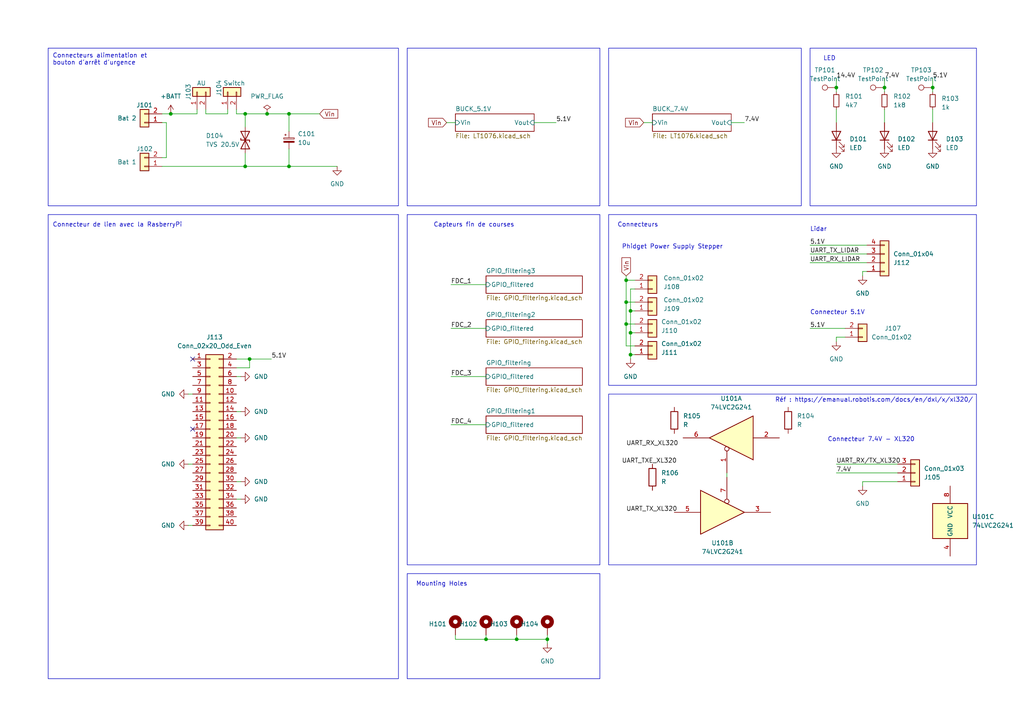
<source format=kicad_sch>
(kicad_sch (version 20230121) (generator eeschema)
  (paper "A4")
  (lib_symbols
    (symbol "74xGxx:74LVC2G241"
      (property "Reference" "U" (at 2.54 5.08 0))
      (property "Value" "74LVC2G241" (at 2.54 -7.62 0))
      (symbol "74LVC2G241_1_1"
        (polyline (pts (xy -7.62 6.35) (xy -7.62 -6.35) (xy 5.08 0) (xy -7.62 6.35)) (stroke (width 0.254)) (fill (type background)))
        (pin input inverted (at 0 10.16 270) (length 7.62) (name "~") (number "1"))
        (pin input line (at -15.24 0 0) (length 7.62) (name "~") (number "2"))
        (pin tri_state line (at 12.7 0 180) (length 7.62) (name "~") (number "6"))
      )
      (symbol "74LVC2G241_2_1"
        (polyline (pts (xy -7.62 6.35) (xy -7.62 -6.35) (xy 5.08 0) (xy -7.62 6.35)) (stroke (width 0.254)) (fill (type background)))
        (pin tri_state line (at 12.7 0 180) (length 7.62) (name "~") (number "3"))
        (pin input line (at -15.24 0 0) (length 7.62) (name "~") (number "5"))
        (pin input inverted (at 0 10.16 270) (length 7.62) (name "~") (number "7"))
      )
      (symbol "74LVC2G241_3_0"
        (rectangle (start -5.08 -5.08) (end 5.08 5.08) (stroke (width 0.254)) (fill (type background)))
      )
      (symbol "74LVC2G241_3_1"
        (pin power_in line (at 0 -10.16 90) (length 5.08) (name "GND") (number "4"))
        (pin power_in line (at 0 10.16 270) (length 5.08) (name "VCC") (number "8"))
      )
    )
    (symbol "Connector:TestPoint" (pin_numbers hide) (pin_names (offset 0.762) hide)
      (property "Reference" "TP" (at 0 6.858 0))
      (property "Value" "TestPoint" (at 0 5.08 0))
      (symbol "TestPoint_0_1"
        (circle (center 0 3.302) (radius 0.762))
      )
      (symbol "TestPoint_1_1"
        (pin passive line (at 0 0 90) (length 2.54) (name "1") (number "1"))
      )
    )
    (symbol "Connector_Generic:Conn_01x02" (pin_names (offset 1.016) hide)
      (property "Reference" "J" (at 0 2.54 0))
      (property "Value" "Conn_01x02" (at 0 -5.08 0))
      (symbol "Conn_01x02_1_1"
        (rectangle (start -1.27 -2.413) (end 0 -2.667) (stroke (width 0.1524)))
        (rectangle (start -1.27 0.127) (end 0 -0.127) (stroke (width 0.1524)))
        (rectangle (start -1.27 1.27) (end 1.27 -3.81) (stroke (width 0.254)) (fill (type background)))
        (pin passive line (at -5.08 0 0) (length 3.81) (name "Pin_1") (number "1"))
        (pin passive line (at -5.08 -2.54 0) (length 3.81) (name "Pin_2") (number "2"))
      )
    )
    (symbol "Connector_Generic:Conn_01x03" (pin_names (offset 1.016) hide)
      (property "Reference" "J" (at 0 5.08 0))
      (property "Value" "Conn_01x03" (at 0 -5.08 0))
      (symbol "Conn_01x03_1_1"
        (rectangle (start -1.27 -2.413) (end 0 -2.667) (stroke (width 0.1524)))
        (rectangle (start -1.27 0.127) (end 0 -0.127) (stroke (width 0.1524)))
        (rectangle (start -1.27 2.667) (end 0 2.413) (stroke (width 0.1524)))
        (rectangle (start -1.27 3.81) (end 1.27 -3.81) (stroke (width 0.254)) (fill (type background)))
        (pin passive line (at -5.08 2.54 0) (length 3.81) (name "Pin_1") (number "1"))
        (pin passive line (at -5.08 0 0) (length 3.81) (name "Pin_2") (number "2"))
        (pin passive line (at -5.08 -2.54 0) (length 3.81) (name "Pin_3") (number "3"))
      )
    )
    (symbol "Connector_Generic:Conn_01x04" (pin_names (offset 1.016) hide)
      (property "Reference" "J" (at 0 5.08 0))
      (property "Value" "Conn_01x04" (at 0 -7.62 0))
      (symbol "Conn_01x04_1_1"
        (rectangle (start -1.27 -4.953) (end 0 -5.207) (stroke (width 0.1524)))
        (rectangle (start -1.27 -2.413) (end 0 -2.667) (stroke (width 0.1524)))
        (rectangle (start -1.27 0.127) (end 0 -0.127) (stroke (width 0.1524)))
        (rectangle (start -1.27 2.667) (end 0 2.413) (stroke (width 0.1524)))
        (rectangle (start -1.27 3.81) (end 1.27 -6.35) (stroke (width 0.254)) (fill (type background)))
        (pin passive line (at -5.08 2.54 0) (length 3.81) (name "Pin_1") (number "1"))
        (pin passive line (at -5.08 0 0) (length 3.81) (name "Pin_2") (number "2"))
        (pin passive line (at -5.08 -2.54 0) (length 3.81) (name "Pin_3") (number "3"))
        (pin passive line (at -5.08 -5.08 0) (length 3.81) (name "Pin_4") (number "4"))
      )
    )
    (symbol "Connector_Generic:Conn_02x20_Odd_Even" (pin_names (offset 1.016) hide)
      (property "Reference" "J" (at 1.27 25.4 0))
      (property "Value" "Conn_02x20_Odd_Even" (at 1.27 -27.94 0))
      (symbol "Conn_02x20_Odd_Even_1_1"
        (rectangle (start -1.27 -25.273) (end 0 -25.527) (stroke (width 0.1524)))
        (rectangle (start -1.27 -22.733) (end 0 -22.987) (stroke (width 0.1524)))
        (rectangle (start -1.27 -20.193) (end 0 -20.447) (stroke (width 0.1524)))
        (rectangle (start -1.27 -17.653) (end 0 -17.907) (stroke (width 0.1524)))
        (rectangle (start -1.27 -15.113) (end 0 -15.367) (stroke (width 0.1524)))
        (rectangle (start -1.27 -12.573) (end 0 -12.827) (stroke (width 0.1524)))
        (rectangle (start -1.27 -10.033) (end 0 -10.287) (stroke (width 0.1524)))
        (rectangle (start -1.27 -7.493) (end 0 -7.747) (stroke (width 0.1524)))
        (rectangle (start -1.27 -4.953) (end 0 -5.207) (stroke (width 0.1524)))
        (rectangle (start -1.27 -2.413) (end 0 -2.667) (stroke (width 0.1524)))
        (rectangle (start -1.27 0.127) (end 0 -0.127) (stroke (width 0.1524)))
        (rectangle (start -1.27 2.667) (end 0 2.413) (stroke (width 0.1524)))
        (rectangle (start -1.27 5.207) (end 0 4.953) (stroke (width 0.1524)))
        (rectangle (start -1.27 7.747) (end 0 7.493) (stroke (width 0.1524)))
        (rectangle (start -1.27 10.287) (end 0 10.033) (stroke (width 0.1524)))
        (rectangle (start -1.27 12.827) (end 0 12.573) (stroke (width 0.1524)))
        (rectangle (start -1.27 15.367) (end 0 15.113) (stroke (width 0.1524)))
        (rectangle (start -1.27 17.907) (end 0 17.653) (stroke (width 0.1524)))
        (rectangle (start -1.27 20.447) (end 0 20.193) (stroke (width 0.1524)))
        (rectangle (start -1.27 22.987) (end 0 22.733) (stroke (width 0.1524)))
        (rectangle (start -1.27 24.13) (end 3.81 -26.67) (stroke (width 0.254)) (fill (type background)))
        (rectangle (start 3.81 -25.273) (end 2.54 -25.527) (stroke (width 0.1524)))
        (rectangle (start 3.81 -22.733) (end 2.54 -22.987) (stroke (width 0.1524)))
        (rectangle (start 3.81 -20.193) (end 2.54 -20.447) (stroke (width 0.1524)))
        (rectangle (start 3.81 -17.653) (end 2.54 -17.907) (stroke (width 0.1524)))
        (rectangle (start 3.81 -15.113) (end 2.54 -15.367) (stroke (width 0.1524)))
        (rectangle (start 3.81 -12.573) (end 2.54 -12.827) (stroke (width 0.1524)))
        (rectangle (start 3.81 -10.033) (end 2.54 -10.287) (stroke (width 0.1524)))
        (rectangle (start 3.81 -7.493) (end 2.54 -7.747) (stroke (width 0.1524)))
        (rectangle (start 3.81 -4.953) (end 2.54 -5.207) (stroke (width 0.1524)))
        (rectangle (start 3.81 -2.413) (end 2.54 -2.667) (stroke (width 0.1524)))
        (rectangle (start 3.81 0.127) (end 2.54 -0.127) (stroke (width 0.1524)))
        (rectangle (start 3.81 2.667) (end 2.54 2.413) (stroke (width 0.1524)))
        (rectangle (start 3.81 5.207) (end 2.54 4.953) (stroke (width 0.1524)))
        (rectangle (start 3.81 7.747) (end 2.54 7.493) (stroke (width 0.1524)))
        (rectangle (start 3.81 10.287) (end 2.54 10.033) (stroke (width 0.1524)))
        (rectangle (start 3.81 12.827) (end 2.54 12.573) (stroke (width 0.1524)))
        (rectangle (start 3.81 15.367) (end 2.54 15.113) (stroke (width 0.1524)))
        (rectangle (start 3.81 17.907) (end 2.54 17.653) (stroke (width 0.1524)))
        (rectangle (start 3.81 20.447) (end 2.54 20.193) (stroke (width 0.1524)))
        (rectangle (start 3.81 22.987) (end 2.54 22.733) (stroke (width 0.1524)))
        (pin passive line (at -5.08 22.86 0) (length 3.81) (name "Pin_1") (number "1"))
        (pin passive line (at 7.62 12.7 180) (length 3.81) (name "Pin_10") (number "10"))
        (pin passive line (at -5.08 10.16 0) (length 3.81) (name "Pin_11") (number "11"))
        (pin passive line (at 7.62 10.16 180) (length 3.81) (name "Pin_12") (number "12"))
        (pin passive line (at -5.08 7.62 0) (length 3.81) (name "Pin_13") (number "13"))
        (pin passive line (at 7.62 7.62 180) (length 3.81) (name "Pin_14") (number "14"))
        (pin passive line (at -5.08 5.08 0) (length 3.81) (name "Pin_15") (number "15"))
        (pin passive line (at 7.62 5.08 180) (length 3.81) (name "Pin_16") (number "16"))
        (pin passive line (at -5.08 2.54 0) (length 3.81) (name "Pin_17") (number "17"))
        (pin passive line (at 7.62 2.54 180) (length 3.81) (name "Pin_18") (number "18"))
        (pin passive line (at -5.08 0 0) (length 3.81) (name "Pin_19") (number "19"))
        (pin passive line (at 7.62 22.86 180) (length 3.81) (name "Pin_2") (number "2"))
        (pin passive line (at 7.62 0 180) (length 3.81) (name "Pin_20") (number "20"))
        (pin passive line (at -5.08 -2.54 0) (length 3.81) (name "Pin_21") (number "21"))
        (pin passive line (at 7.62 -2.54 180) (length 3.81) (name "Pin_22") (number "22"))
        (pin passive line (at -5.08 -5.08 0) (length 3.81) (name "Pin_23") (number "23"))
        (pin passive line (at 7.62 -5.08 180) (length 3.81) (name "Pin_24") (number "24"))
        (pin passive line (at -5.08 -7.62 0) (length 3.81) (name "Pin_25") (number "25"))
        (pin passive line (at 7.62 -7.62 180) (length 3.81) (name "Pin_26") (number "26"))
        (pin passive line (at -5.08 -10.16 0) (length 3.81) (name "Pin_27") (number "27"))
        (pin passive line (at 7.62 -10.16 180) (length 3.81) (name "Pin_28") (number "28"))
        (pin passive line (at -5.08 -12.7 0) (length 3.81) (name "Pin_29") (number "29"))
        (pin passive line (at -5.08 20.32 0) (length 3.81) (name "Pin_3") (number "3"))
        (pin passive line (at 7.62 -12.7 180) (length 3.81) (name "Pin_30") (number "30"))
        (pin passive line (at -5.08 -15.24 0) (length 3.81) (name "Pin_31") (number "31"))
        (pin passive line (at 7.62 -15.24 180) (length 3.81) (name "Pin_32") (number "32"))
        (pin passive line (at -5.08 -17.78 0) (length 3.81) (name "Pin_33") (number "33"))
        (pin passive line (at 7.62 -17.78 180) (length 3.81) (name "Pin_34") (number "34"))
        (pin passive line (at -5.08 -20.32 0) (length 3.81) (name "Pin_35") (number "35"))
        (pin passive line (at 7.62 -20.32 180) (length 3.81) (name "Pin_36") (number "36"))
        (pin passive line (at -5.08 -22.86 0) (length 3.81) (name "Pin_37") (number "37"))
        (pin passive line (at 7.62 -22.86 180) (length 3.81) (name "Pin_38") (number "38"))
        (pin passive line (at -5.08 -25.4 0) (length 3.81) (name "Pin_39") (number "39"))
        (pin passive line (at 7.62 20.32 180) (length 3.81) (name "Pin_4") (number "4"))
        (pin passive line (at 7.62 -25.4 180) (length 3.81) (name "Pin_40") (number "40"))
        (pin passive line (at -5.08 17.78 0) (length 3.81) (name "Pin_5") (number "5"))
        (pin passive line (at 7.62 17.78 180) (length 3.81) (name "Pin_6") (number "6"))
        (pin passive line (at -5.08 15.24 0) (length 3.81) (name "Pin_7") (number "7"))
        (pin passive line (at 7.62 15.24 180) (length 3.81) (name "Pin_8") (number "8"))
        (pin passive line (at -5.08 12.7 0) (length 3.81) (name "Pin_9") (number "9"))
      )
    )
    (symbol "Device:C_Polarized_Small" (pin_numbers hide) (pin_names (offset 0.254) hide)
      (property "Reference" "C" (at 0.254 1.778 0))
      (property "Value" "C_Polarized_Small" (at 0.254 -2.032 0))
      (symbol "C_Polarized_Small_0_1"
        (rectangle (start -1.524 -0.3048) (end 1.524 -0.6858) (fill (type outline)))
        (rectangle (start -1.524 0.6858) (end 1.524 0.3048))
        (polyline (pts (xy -1.27 1.524) (xy -0.762 1.524)))
        (polyline (pts (xy -1.016 1.27) (xy -1.016 1.778)))
      )
      (symbol "C_Polarized_Small_1_1"
        (pin passive line (at 0 2.54 270) (length 1.8542) (name "~") (number "1"))
        (pin passive line (at 0 -2.54 90) (length 1.8542) (name "~") (number "2"))
      )
    )
    (symbol "Device:LED" (pin_numbers hide) (pin_names (offset 1.016) hide)
      (property "Reference" "D" (at 0 2.54 0))
      (property "Value" "LED" (at 0 -2.54 0))
      (symbol "LED_0_1"
        (polyline (pts (xy -1.27 -1.27) (xy -1.27 1.27)) (stroke (width 0.254)))
        (polyline (pts (xy -1.27 0) (xy 1.27 0)))
        (polyline (pts (xy 1.27 -1.27) (xy 1.27 1.27) (xy -1.27 0) (xy 1.27 -1.27)) (stroke (width 0.254)))
        (polyline (pts (xy -3.048 -0.762) (xy -4.572 -2.286) (xy -3.81 -2.286) (xy -4.572 -2.286) (xy -4.572 -1.524)))
        (polyline (pts (xy -1.778 -0.762) (xy -3.302 -2.286) (xy -2.54 -2.286) (xy -3.302 -2.286) (xy -3.302 -1.524)))
      )
      (symbol "LED_1_1"
        (pin passive line (at -3.81 0 0) (length 2.54) (name "K") (number "1"))
        (pin passive line (at 3.81 0 180) (length 2.54) (name "A") (number "2"))
      )
    )
    (symbol "Device:R" (pin_numbers hide) (pin_names (offset 0))
      (property "Reference" "R" (at 2.032 0 90))
      (property "Value" "R" (at 0 0 90))
      (symbol "R_0_1"
        (rectangle (start -1.016 -2.54) (end 1.016 2.54) (stroke (width 0.254)))
      )
      (symbol "R_1_1"
        (pin passive line (at 0 3.81 270) (length 1.27) (name "~") (number "1"))
        (pin passive line (at 0 -3.81 90) (length 1.27) (name "~") (number "2"))
      )
    )
    (symbol "Device:R_Small" (pin_numbers hide) (pin_names (offset 0.254) hide)
      (property "Reference" "R" (at 0.762 0.508 0))
      (property "Value" "R_Small" (at 0.762 -1.016 0))
      (symbol "R_Small_0_1"
        (rectangle (start -0.762 1.778) (end 0.762 -1.778) (stroke (width 0.2032)))
      )
      (symbol "R_Small_1_1"
        (pin passive line (at 0 2.54 270) (length 0.762) (name "~") (number "1"))
        (pin passive line (at 0 -2.54 90) (length 0.762) (name "~") (number "2"))
      )
    )
    (symbol "Diode:1.5KExxCA" (pin_numbers hide) (pin_names (offset 1.016) hide)
      (property "Reference" "D" (at 0 2.54 0))
      (property "Value" "1.5KExxCA" (at 0 -2.54 0))
      (symbol "1.5KExxCA_0_1"
        (polyline (pts (xy 1.27 0) (xy -1.27 0)))
        (polyline (pts (xy -2.54 -1.27) (xy 0 0) (xy -2.54 1.27) (xy -2.54 -1.27)) (stroke (width 0.254)))
        (polyline (pts (xy 0.508 1.27) (xy 0 1.27) (xy 0 -1.27) (xy -0.508 -1.27)) (stroke (width 0.254)))
        (polyline (pts (xy 2.54 1.27) (xy 2.54 -1.27) (xy 0 0) (xy 2.54 1.27)) (stroke (width 0.254)))
      )
      (symbol "1.5KExxCA_1_1"
        (pin passive line (at -3.81 0 0) (length 2.54) (name "A1") (number "1"))
        (pin passive line (at 3.81 0 180) (length 2.54) (name "A2") (number "2"))
      )
    )
    (symbol "Mechanical:MountingHole_Pad" (pin_numbers hide) (pin_names (offset 1.016) hide)
      (property "Reference" "H" (at 0 6.35 0))
      (property "Value" "MountingHole_Pad" (at 0 4.445 0))
      (symbol "MountingHole_Pad_0_1"
        (circle (center 0 1.27) (radius 1.27) (stroke (width 1.27)))
      )
      (symbol "MountingHole_Pad_1_1"
        (pin input line (at 0 -2.54 90) (length 2.54) (name "1") (number "1"))
      )
    )
    (symbol "power:+BATT" (power) (pin_names (offset 0))
      (property "Value" "+BATT" (at 0 3.556 0))
      (symbol "+BATT_0_1"
        (polyline (pts (xy -0.762 1.27) (xy 0 2.54)))
        (polyline (pts (xy 0 0) (xy 0 2.54)))
        (polyline (pts (xy 0 2.54) (xy 0.762 1.27)))
      )
      (symbol "+BATT_1_1"
        (pin power_in line (at 0 0 90) (length 0) hide (name "+BATT") (number "1"))
      )
    )
    (symbol "power:GND" (power) (pin_names (offset 0))
      (property "Value" "GND" (at 0 -3.81 0))
      (symbol "GND_0_1"
        (polyline (pts (xy 0 0) (xy 0 -1.27) (xy 1.27 -1.27) (xy 0 -2.54) (xy -1.27 -1.27) (xy 0 -1.27)))
      )
      (symbol "GND_1_1"
        (pin power_in line (at 0 0 270) (length 0) hide (name "GND") (number "1"))
      )
    )
    (symbol "power:PWR_FLAG" (power) (pin_numbers hide) (pin_names (offset 0) hide)
      (property "Value" "PWR_FLAG" (at 0 3.81 0))
      (symbol "PWR_FLAG_0_0"
        (pin power_out line (at 0 0 90) (length 0) (name "pwr") (number "1"))
      )
      (symbol "PWR_FLAG_0_1"
        (polyline (pts (xy 0 0) (xy 0 1.27) (xy -1.016 1.905) (xy 0 2.54) (xy 1.016 1.905) (xy 0 1.27)))
      )
    )
  )
  (junction (at 49.53 33.02))
  (junction (at 181.61 87.63))
  (junction (at 83.82 33.02))
  (junction (at 72.39 104.14))
  (junction (at 182.88 96.52))
  (junction (at 83.82 48.26))
  (junction (at 242.57 25.4))
  (junction (at 182.88 90.17))
  (junction (at 181.61 81.28))
  (junction (at 158.75 185.42))
  (junction (at 71.12 33.02))
  (junction (at 149.86 185.42))
  (junction (at 181.61 93.98))
  (junction (at 140.97 185.42))
  (junction (at 270.51 25.4))
  (junction (at 182.88 102.87))
  (junction (at 256.54 25.4))
  (junction (at 77.47 33.02))
  (junction (at 71.12 48.26))
  (no_connect (at 55.88 104.14))
  (no_connect (at 55.88 124.46))
  (wire (pts (xy 181.61 81.28) (xy 181.61 87.63)))
  (wire (pts (xy 181.61 87.63) (xy 181.61 93.98)))
  (wire (pts (xy 72.39 106.68) (xy 72.39 104.14)))
  (wire (pts (xy 54.61 152.4) (xy 55.88 152.4)))
  (wire (pts (xy 140.97 185.42) (xy 149.86 185.42)))
  (wire (pts (xy 184.15 83.82) (xy 182.88 83.82)))
  (wire (pts (xy 48.26 45.72) (xy 46.99 45.72)))
  (wire (pts (xy 68.58 119.38) (xy 69.85 119.38)))
  (wire (pts (xy 77.47 33.02) (xy 83.82 33.02)))
  (wire (pts (xy 256.54 22.86) (xy 256.54 25.4)))
  (wire (pts (xy 48.26 35.56) (xy 48.26 45.72)))
  (wire (pts (xy 184.15 102.87) (xy 182.88 102.87)))
  (wire (pts (xy 234.95 95.25) (xy 245.11 95.25)))
  (wire (pts (xy 54.61 134.62) (xy 55.88 134.62)))
  (wire (pts (xy 149.86 184.15) (xy 149.86 185.42)))
  (wire (pts (xy 181.61 93.98) (xy 181.61 100.33)))
  (wire (pts (xy 250.19 78.74) (xy 251.46 78.74)))
  (wire (pts (xy 46.99 48.26) (xy 71.12 48.26)))
  (wire (pts (xy 242.57 22.86) (xy 242.57 25.4)))
  (wire (pts (xy 181.61 80.01) (xy 181.61 81.28)))
  (wire (pts (xy 242.57 97.79) (xy 242.57 99.06)))
  (wire (pts (xy 68.58 106.68) (xy 72.39 106.68)))
  (wire (pts (xy 181.61 93.98) (xy 184.15 93.98)))
  (wire (pts (xy 250.19 139.7) (xy 260.35 139.7)))
  (wire (pts (xy 186.69 35.56) (xy 189.23 35.56)))
  (wire (pts (xy 212.09 35.56) (xy 215.9 35.56)))
  (wire (pts (xy 68.58 144.78) (xy 69.85 144.78)))
  (wire (pts (xy 182.88 102.87) (xy 182.88 104.14)))
  (wire (pts (xy 129.54 35.56) (xy 132.08 35.56)))
  (wire (pts (xy 49.53 33.02) (xy 57.15 33.02)))
  (wire (pts (xy 68.58 139.7) (xy 69.85 139.7)))
  (wire (pts (xy 68.58 127) (xy 69.85 127)))
  (wire (pts (xy 71.12 33.02) (xy 77.47 33.02)))
  (wire (pts (xy 234.95 73.66) (xy 251.46 73.66)))
  (wire (pts (xy 68.58 104.14) (xy 72.39 104.14)))
  (wire (pts (xy 234.95 76.2) (xy 251.46 76.2)))
  (wire (pts (xy 57.15 33.02) (xy 57.15 31.75)))
  (wire (pts (xy 256.54 31.75) (xy 256.54 35.56)))
  (wire (pts (xy 130.81 95.25) (xy 140.97 95.25)))
  (wire (pts (xy 149.86 185.42) (xy 158.75 185.42)))
  (wire (pts (xy 154.94 35.56) (xy 161.29 35.56)))
  (wire (pts (xy 54.61 114.3) (xy 55.88 114.3)))
  (wire (pts (xy 250.19 80.01) (xy 250.19 78.74)))
  (wire (pts (xy 46.99 33.02) (xy 49.53 33.02)))
  (wire (pts (xy 242.57 134.62) (xy 260.35 134.62)))
  (wire (pts (xy 66.04 31.75) (xy 66.04 33.02)))
  (wire (pts (xy 210.82 137.16) (xy 210.82 138.43)))
  (wire (pts (xy 130.81 109.22) (xy 140.97 109.22)))
  (wire (pts (xy 68.58 33.02) (xy 71.12 33.02)))
  (wire (pts (xy 181.61 87.63) (xy 184.15 87.63)))
  (wire (pts (xy 270.51 25.4) (xy 270.51 26.67)))
  (wire (pts (xy 130.81 82.55) (xy 140.97 82.55)))
  (wire (pts (xy 242.57 137.16) (xy 260.35 137.16)))
  (wire (pts (xy 59.69 31.75) (xy 59.69 33.02)))
  (wire (pts (xy 140.97 184.15) (xy 140.97 185.42)))
  (wire (pts (xy 242.57 31.75) (xy 242.57 35.56)))
  (wire (pts (xy 184.15 81.28) (xy 181.61 81.28)))
  (wire (pts (xy 83.82 38.1) (xy 83.82 33.02)))
  (wire (pts (xy 68.58 31.75) (xy 68.58 33.02)))
  (wire (pts (xy 242.57 25.4) (xy 242.57 26.67)))
  (wire (pts (xy 92.71 33.02) (xy 83.82 33.02)))
  (wire (pts (xy 250.19 139.7) (xy 250.19 140.97)))
  (wire (pts (xy 132.08 185.42) (xy 140.97 185.42)))
  (wire (pts (xy 245.11 97.79) (xy 242.57 97.79)))
  (wire (pts (xy 181.61 100.33) (xy 184.15 100.33)))
  (wire (pts (xy 270.51 31.75) (xy 270.51 35.56)))
  (wire (pts (xy 68.58 109.22) (xy 69.85 109.22)))
  (wire (pts (xy 184.15 96.52) (xy 182.88 96.52)))
  (wire (pts (xy 234.95 71.12) (xy 251.46 71.12)))
  (wire (pts (xy 97.79 48.26) (xy 83.82 48.26)))
  (wire (pts (xy 83.82 43.18) (xy 83.82 48.26)))
  (wire (pts (xy 182.88 90.17) (xy 182.88 96.52)))
  (wire (pts (xy 46.99 35.56) (xy 48.26 35.56)))
  (wire (pts (xy 59.69 33.02) (xy 66.04 33.02)))
  (wire (pts (xy 130.81 123.19) (xy 140.97 123.19)))
  (wire (pts (xy 270.51 22.86) (xy 270.51 25.4)))
  (wire (pts (xy 256.54 25.4) (xy 256.54 26.67)))
  (wire (pts (xy 158.75 185.42) (xy 158.75 186.69)))
  (wire (pts (xy 158.75 184.15) (xy 158.75 185.42)))
  (wire (pts (xy 72.39 104.14) (xy 78.74 104.14)))
  (wire (pts (xy 182.88 83.82) (xy 182.88 90.17)))
  (wire (pts (xy 71.12 44.45) (xy 71.12 48.26)))
  (wire (pts (xy 71.12 48.26) (xy 83.82 48.26)))
  (wire (pts (xy 182.88 96.52) (xy 182.88 102.87)))
  (wire (pts (xy 71.12 33.02) (xy 71.12 36.83)))
  (wire (pts (xy 182.88 90.17) (xy 184.15 90.17)))
  (wire (pts (xy 132.08 184.15) (xy 132.08 185.42)))
  (rectangle (start 234.95 13.97) (end 283.21 59.69))
  (rectangle (start 118.11 13.97) (end 173.99 59.69))
  (rectangle (start 176.53 13.97) (end 232.41 59.69))
  (rectangle (start 118.11 166.37) (end 173.99 196.85))
  (rectangle (start 13.97 13.97) (end 115.57 59.69))
  (rectangle (start 176.53 62.23) (end 283.21 111.76))
  (rectangle (start 13.97 62.23) (end 115.57 196.85))
  (rectangle (start 176.53 114.3) (end 283.21 163.83))
  (rectangle (start 118.11 62.23) (end 173.99 163.83))
  (text "Connecteur de lien avec la RasberryPi" (at 15.24 66.04 0) (effects (font (size 1.27 1.27)) (justify left bottom)))
  (text "Connecteur 5.1V\n" (at 234.95 91.44 0) (effects (font (size 1.27 1.27)) (justify left bottom)))
  (text "Lidar\n" (at 234.95 67.31 0) (effects (font (size 1.27 1.27)) (justify left bottom)))
  (text "Connecteur 7.4V - XL320" (at 240.03 128.27 0) (effects (font (size 1.27 1.27)) (justify left bottom)))
  (text "Mounting Holes" (at 120.65 170.18 0) (effects (font (size 1.27 1.27)) (justify left bottom)))
  (text "Connecteurs\n" (at 179.07 66.04 0) (effects (font (size 1.27 1.27)) (justify left bottom)))
  (text "Connecteurs alimentation et \nbouton d'arrêt d'urgence" (at 15.24 19.05 0) (effects (font (size 1.27 1.27)) (justify left bottom)))
  (text "Réf : https://emanual.robotis.com/docs/en/dxl/x/xl320/" (at 224.79 116.84 0) (effects (font (size 1.27 1.27)) (justify left bottom)))
  (text "Capteurs fin de courses\n" (at 125.73 66.04 0) (effects (font (size 1.27 1.27)) (justify left bottom)))
  (text "LED" (at 238.76 17.78 0) (effects (font (size 1.27 1.27)) (justify left bottom)))
  (text "Phidget Power Supply Stepper" (at 180.34 72.39 0) (effects (font (size 1.27 1.27)) (justify left bottom)))
  (label "FDC_3" (at 130.81 109.22 0))
  (label "UART_TX_XL320" (at 181.61 148.59 0))
  (label "FDC_4" (at 130.81 123.19 0))
  (label "UART_RX_LIDAR" (at 234.95 76.2 0))
  (label "5.1V" (at 78.74 104.14 0))
  (label "5.1V" (at 161.29 35.56 0))
  (label "FDC_1" (at 130.81 82.55 0))
  (label "UART_TX_LIDAR" (at 234.95 73.66 0))
  (label "UART_RX{slash}TX_XL320" (at 242.57 134.62 0))
  (label "UART_RX_XL320" (at 181.61 129.54 0))
  (label "5.1V" (at 234.95 71.12 0))
  (label "7.4V" (at 215.9 35.56 0))
  (label "5.1V" (at 270.51 22.86 0))
  (label "7.4V" (at 242.57 137.16 0))
  (label "5.1V" (at 234.95 95.25 0))
  (label "14.4V" (at 242.57 22.86 0))
  (label "FDC_2" (at 130.81 95.25 0))
  (label "7.4V" (at 256.54 22.86 0))
  (label "UART_TXE_XL320" (at 180.34 134.62 0))
  (global_label "Vin" (shape input) (at 92.71 33.02 0) (property "Intersheetrefs" "${INTERSHEET_REFS}" (effects hide)))
  (global_label "Vin" (shape input) (at 186.69 35.56 180) (property "Intersheetrefs" "${INTERSHEET_REFS}" (effects hide)))
  (global_label "Vin" (shape input) (at 129.54 35.56 180) (property "Intersheetrefs" "${INTERSHEET_REFS}" (effects hide)))
  (global_label "Vin" (shape input) (at 181.61 80.01 90) (property "Intersheetrefs" "${INTERSHEET_REFS}" (effects hide)))
  (symbol (lib_id "74xGxx:74LVC2G241") (at 275.59 151.13 0) (unit 3)
    (property "Reference" "U101" (at 281.94 149.86 0) (effects (justify left)))
    (property "Value" "74LVC2G241" (at 281.94 152.4 0) (effects (justify left)))
    (property "Datasheet" "http://www.ti.com/lit/sg/scyt129e/scyt129e.pdf" (effects hide))
  )
  (symbol (lib_id "Mechanical:MountingHole_Pad") (at 132.08 181.61 0) (unit 1)
    (property "Reference" "H101" (at 129.54 180.975 0) (effects (justify right)))
    (property "Value" "MountingHole_Pad" (effects hide))
    (property "Footprint" "MountingHole:MountingHole_3.2mm_M3_Pad_Via" (effects hide))
  )
  (symbol (lib_id "power:GND") (at 182.88 104.14 0) (unit 1)
    (property "Reference" "#PWR0109" (effects hide))
    (property "Value" "GND" (at 182.88 109.22 0))
  )
  (symbol (lib_id "power:GND") (at 242.57 43.18 0) (unit 1)
    (property "Reference" "#PWR0101" (effects hide))
    (property "Value" "GND" (at 242.57 48.26 0))
  )
  (symbol (lib_id "Device:R") (at 195.58 121.92 0) (unit 1)
    (property "Reference" "R105" (at 198.12 120.65 0) (effects (justify left)))
    (property "Value" "R" (at 198.12 123.19 0) (effects (justify left)))
  )
  (symbol (lib_id "power:GND") (at 250.19 140.97 0) (unit 1)
    (property "Reference" "#PWR0107" (effects hide))
    (property "Value" "GND" (at 250.19 146.05 0))
  )
  (symbol (lib_id "Mechanical:MountingHole_Pad") (at 158.75 181.61 0) (unit 1)
    (property "Reference" "H104" (at 156.21 180.975 0) (effects (justify right)))
    (property "Value" "MountingHole_Pad" (effects hide))
    (property "Footprint" "MountingHole:MountingHole_3.2mm_M3_Pad_Via" (effects hide))
  )
  (symbol (lib_id "74xGxx:74LVC2G241") (at 210.82 127 180) (unit 1)
    (property "Reference" "U101" (at 212.09 115.57 0))
    (property "Value" "74LVC2G241" (at 212.09 118.11 0))
    (property "Datasheet" "http://www.ti.com/lit/sg/scyt129e/scyt129e.pdf" (effects hide))
  )
  (symbol (lib_id "Device:R") (at 189.23 138.43 0) (unit 1)
    (property "Reference" "R106" (at 191.77 137.16 0) (effects (justify left)))
    (property "Value" "R" (at 191.77 139.7 0) (effects (justify left)))
  )
  (symbol (lib_id "Connector:TestPoint") (at 242.57 25.4 90) (unit 1)
    (property "Reference" "TP101" (at 239.268 20.32 90))
    (property "Value" "TestPoint" (at 239.268 22.86 90))
  )
  (symbol (lib_id "power:GND") (at 242.57 99.06 0) (unit 1)
    (property "Reference" "#PWR0108" (effects hide))
    (property "Value" "GND" (at 242.57 104.14 0))
  )
  (symbol (lib_id "power:GND") (at 250.19 80.01 0) (unit 1)
    (property "Reference" "#PWR0110" (effects hide))
    (property "Value" "GND" (at 250.19 85.09 0))
  )
  (symbol (lib_id "Diode:1.5KExxCA") (at 71.12 40.64 270) (unit 1)
    (property "Reference" "D104" (at 59.69 39.37 90) (effects (justify left)))
    (property "Value" "TVS 20.5V" (at 59.69 41.91 90) (effects (justify left)))
    (property "Datasheet" "https://www.st.com/resource/en/datasheet/sm6t24a.pdf" (effects hide))
    (property "MPN" "SM6T24A" (effects hide))
  )
  (symbol (lib_id "power:GND") (at 256.54 43.18 0) (unit 1)
    (property "Reference" "#PWR0102" (effects hide))
    (property "Value" "GND" (at 256.54 48.26 0))
  )
  (symbol (lib_id "Connector:TestPoint") (at 256.54 25.4 90) (unit 1)
    (property "Reference" "TP102" (at 253.238 20.32 90))
    (property "Value" "TestPoint" (at 253.238 22.86 90))
  )
  (symbol (lib_id "Connector:TestPoint") (at 270.51 25.4 90) (unit 1)
    (property "Reference" "TP103" (at 267.208 20.32 90))
    (property "Value" "TestPoint" (at 267.208 22.86 90))
  )
  (symbol (lib_id "Device:R_Small") (at 256.54 29.21 0) (unit 1)
    (property "Reference" "R102" (at 259.08 27.94 0) (effects (justify left)))
    (property "Value" "1k8" (at 259.08 30.48 0) (effects (justify left)))
    (property "Footprint" "Resistor_SMD:R_0603_1608Metric_Pad0.98x0.95mm_HandSolder" (effects hide))
  )
  (symbol (lib_id "power:GND") (at 54.61 114.3 270) (unit 1)
    (property "Reference" "#PWR0111" (effects hide))
    (property "Value" "GND" (at 50.8 114.3 90) (effects (justify right)))
  )
  (symbol (lib_id "power:GND") (at 69.85 127 90) (unit 1)
    (property "Reference" "#PWR0115" (effects hide))
    (property "Value" "GND" (at 73.66 127 90) (effects (justify right)))
  )
  (symbol (lib_id "power:GND") (at 69.85 109.22 90) (unit 1)
    (property "Reference" "#PWR0112" (effects hide))
    (property "Value" "GND" (at 73.66 109.22 90) (effects (justify right)))
  )
  (symbol (lib_id "Connector_Generic:Conn_01x02") (at 189.23 90.17 0) (mirror x) (unit 1)
    (property "Reference" "J109" (at 192.405 89.535 0) (effects (justify left)))
    (property "Value" "Conn_01x02" (at 192.405 86.995 0) (effects (justify left)))
  )
  (symbol (lib_id "Connector_Generic:Conn_02x20_Odd_Even") (at 60.96 127 0) (unit 1)
    (property "Reference" "J113" (at 62.23 97.79 0))
    (property "Value" "Conn_02x20_Odd_Even" (at 62.23 100.33 0))
  )
  (symbol (lib_id "Connector_Generic:Conn_01x04") (at 256.54 76.2 0) (mirror x) (unit 1)
    (property "Reference" "J112" (at 259.08 76.2 0) (effects (justify left)))
    (property "Value" "Conn_01x04" (at 259.08 73.66 0) (effects (justify left)))
  )
  (symbol (lib_id "Connector_Generic:Conn_01x02") (at 66.04 26.67 90) (unit 1)
    (property "Reference" "J104" (at 63.5 27.94 0) (effects (justify left)))
    (property "Value" "Switch" (at 71.12 24.13 90) (effects (justify left)))
  )
  (symbol (lib_id "Connector_Generic:Conn_01x02") (at 189.23 102.87 0) (mirror x) (unit 1)
    (property "Reference" "J111" (at 191.77 102.235 0) (effects (justify left)))
    (property "Value" "Conn_01x02" (at 191.77 99.695 0) (effects (justify left)))
  )
  (symbol (lib_id "Mechanical:MountingHole_Pad") (at 140.97 181.61 0) (unit 1)
    (property "Reference" "H102" (at 138.43 180.975 0) (effects (justify right)))
    (property "Value" "MountingHole_Pad" (effects hide))
    (property "Footprint" "MountingHole:MountingHole_3.2mm_M3_Pad_Via" (effects hide))
  )
  (symbol (lib_id "Device:LED") (at 256.54 39.37 90) (unit 1)
    (property "Reference" "D102" (at 260.35 40.3225 90) (effects (justify right)))
    (property "Value" "LED" (at 260.35 42.8625 90) (effects (justify right)))
    (property "Footprint" "LED_SMD:LED_0603_1608Metric_Pad1.05x0.95mm_HandSolder" (effects hide))
  )
  (symbol (lib_id "74xGxx:74LVC2G241") (at 210.82 148.59 0) (unit 2)
    (property "Reference" "U101" (at 209.55 157.48 0))
    (property "Value" "74LVC2G241" (at 209.55 160.02 0))
    (property "Datasheet" "http://www.ti.com/lit/sg/scyt129e/scyt129e.pdf" (effects hide))
  )
  (symbol (lib_id "power:+BATT") (at 49.53 33.02 0) (unit 1)
    (property "Reference" "#PWR0103" (effects hide))
    (property "Value" "+BATT" (at 49.53 27.94 0))
  )
  (symbol (lib_id "Device:R_Small") (at 242.57 29.21 0) (unit 1)
    (property "Reference" "R101" (at 245.11 27.94 0) (effects (justify left)))
    (property "Value" "4k7" (at 245.11 30.48 0) (effects (justify left)))
    (property "Footprint" "Resistor_SMD:R_0603_1608Metric_Pad0.98x0.95mm_HandSolder" (effects hide))
  )
  (symbol (lib_id "Device:C_Polarized_Small") (at 83.82 40.64 0) (unit 1)
    (property "Reference" "C101" (at 86.36 38.8239 0) (effects (justify left)))
    (property "Value" "10u" (at 86.36 41.3639 0) (effects (justify left)))
    (property "Footprint" "Capacitor_SMD:CP_Elec_5x5.4" (effects hide))
    (property "Datasheet" "https://www.we-online.com/components/products/datasheet/865080642006.pdf" (effects hide))
    (property "MPN" "865080642006" (effects hide))
  )
  (symbol (lib_id "Device:LED") (at 242.57 39.37 90) (unit 1)
    (property "Reference" "D101" (at 246.38 40.3225 90) (effects (justify right)))
    (property "Value" "LED" (at 246.38 42.8625 90) (effects (justify right)))
    (property "Footprint" "LED_SMD:LED_0603_1608Metric_Pad1.05x0.95mm_HandSolder" (effects hide))
  )
  (symbol (lib_id "power:GND") (at 97.79 48.26 0) (unit 1)
    (property "Reference" "#PWR0105" (effects hide))
    (property "Value" "GND" (at 97.79 53.34 0))
  )
  (symbol (lib_id "Mechanical:MountingHole_Pad") (at 149.86 181.61 0) (unit 1)
    (property "Reference" "H103" (at 147.32 180.975 0) (effects (justify right)))
    (property "Value" "MountingHole_Pad" (effects hide))
    (property "Footprint" "MountingHole:MountingHole_3.2mm_M3_Pad_Via" (effects hide))
  )
  (symbol (lib_id "power:GND") (at 54.61 134.62 270) (unit 1)
    (property "Reference" "#PWR0118" (effects hide))
    (property "Value" "GND" (at 50.8 134.62 90) (effects (justify right)))
  )
  (symbol (lib_id "power:GND") (at 69.85 139.7 90) (unit 1)
    (property "Reference" "#PWR0117" (effects hide))
    (property "Value" "GND" (at 73.66 139.7 90) (effects (justify right)))
  )
  (symbol (lib_id "power:GND") (at 54.61 152.4 270) (unit 1)
    (property "Reference" "#PWR0113" (effects hide))
    (property "Value" "GND" (at 50.8 152.4 90) (effects (justify right)))
  )
  (symbol (lib_id "Connector_Generic:Conn_01x02") (at 189.23 83.82 0) (mirror x) (unit 1)
    (property "Reference" "J108" (at 192.405 83.185 0) (effects (justify left)))
    (property "Value" "Conn_01x02" (at 192.405 80.645 0) (effects (justify left)))
  )
  (symbol (lib_id "Connector_Generic:Conn_01x02") (at 57.15 26.67 90) (unit 1)
    (property "Reference" "J103" (at 54.61 26.67 0))
    (property "Value" "AU" (at 58.42 24.13 90))
  )
  (symbol (lib_id "Device:R") (at 228.6 121.92 0) (unit 1)
    (property "Reference" "R104" (at 231.14 120.65 0) (effects (justify left)))
    (property "Value" "R" (at 231.14 123.19 0) (effects (justify left)))
  )
  (symbol (lib_id "Connector_Generic:Conn_01x02") (at 41.91 35.56 180) (unit 1)
    (property "Reference" "J101" (at 41.91 30.48 0))
    (property "Value" "Bat 2" (at 36.83 34.29 0))
  )
  (symbol (lib_id "power:GND") (at 69.85 119.38 90) (unit 1)
    (property "Reference" "#PWR0114" (effects hide))
    (property "Value" "GND" (at 73.66 119.38 90) (effects (justify right)))
  )
  (symbol (lib_id "power:PWR_FLAG") (at 77.47 33.02 0) (unit 1)
    (property "Reference" "#FLG0101" (effects hide))
    (property "Value" "PWR_FLAG" (at 77.47 27.94 0))
  )
  (symbol (lib_id "Connector_Generic:Conn_01x02") (at 250.19 97.79 0) (mirror x) (unit 1)
    (property "Reference" "J107" (at 256.54 95.25 0) (effects (justify left)))
    (property "Value" "Conn_01x02" (at 252.73 97.79 0) (effects (justify left)))
  )
  (symbol (lib_id "power:GND") (at 69.85 144.78 90) (unit 1)
    (property "Reference" "#PWR0116" (effects hide))
    (property "Value" "GND" (at 73.66 144.78 90) (effects (justify right)))
  )
  (symbol (lib_id "power:GND") (at 270.51 43.18 0) (unit 1)
    (property "Reference" "#PWR0104" (effects hide))
    (property "Value" "GND" (at 270.51 48.26 0))
  )
  (symbol (lib_id "Device:R_Small") (at 270.51 29.21 0) (unit 1)
    (property "Reference" "R103" (at 273.05 28.575 0) (effects (justify left)))
    (property "Value" "1k" (at 273.05 31.115 0) (effects (justify left)))
    (property "Footprint" "Resistor_SMD:R_0603_1608Metric_Pad0.98x0.95mm_HandSolder" (effects hide))
  )
  (symbol (lib_id "Connector_Generic:Conn_01x02") (at 41.91 48.26 180) (unit 1)
    (property "Reference" "J102" (at 41.91 43.18 0))
    (property "Value" "Bat 1" (at 36.83 46.99 0))
  )
  (symbol (lib_id "Connector_Generic:Conn_01x03") (at 265.43 137.16 0) (mirror x) (unit 1)
    (property "Reference" "J105" (at 267.97 138.43 0) (effects (justify left)))
    (property "Value" "Conn_01x03" (at 267.97 135.89 0) (effects (justify left)))
  )
  (symbol (lib_id "power:GND") (at 158.75 186.69 0) (unit 1)
    (property "Reference" "#PWR0106" (effects hide))
    (property "Value" "GND" (at 158.75 191.77 0))
  )
  (symbol (lib_id "Connector_Generic:Conn_01x02") (at 189.23 96.52 0) (mirror x) (unit 1)
    (property "Reference" "J110" (at 191.77 95.885 0) (effects (justify left)))
    (property "Value" "Conn_01x02" (at 191.77 93.345 0) (effects (justify left)))
  )
  (symbol (lib_id "Device:LED") (at 270.51 39.37 90) (unit 1)
    (property "Reference" "D103" (at 274.32 40.3225 90) (effects (justify right)))
    (property "Value" "LED" (at 274.32 42.8625 90) (effects (justify right)))
    (property "Footprint" "LED_SMD:LED_0603_1608Metric_Pad1.05x0.95mm_HandSolder" (effects hide))
  )
  (sheet (at 132.08 33.02) (size 22.86 5.08) (stroke (width 0.1524))
    (property "Sheetname" "BUCK_5.1V" (at 132.08 32.3084 0) (effects (justify left bottom)))
    (property "Sheetfile" "LT1076.kicad_sch" (at 132.08 38.6846 0) (effects (justify left top)))
    (pin "Vout" input (at 154.94 35.56 0))
    (pin "Vin" input (at 132.08 35.56 180))
  )
  (sheet (at 140.97 92.71) (size 27.94 5.08) (stroke (width 0.1524))
    (property "Sheetname" "GPIO_filtering2" (at 140.97 91.9984 0) (effects (justify left bottom)))
    (property "Sheetfile" "GPIO_filtering.kicad_sch" (at 140.97 98.3746 0) (effects (justify left top)))
    (pin "GPIO_filtered" input (at 140.97 95.25 180))
  )
  (sheet (at 140.97 106.68) (size 27.94 5.08) (stroke (width 0.1524))
    (property "Sheetname" "GPIO_filtering" (at 140.97 105.9684 0) (effects (justify left bottom)))
    (property "Sheetfile" "GPIO_filtering.kicad_sch" (at 140.97 112.3446 0) (effects (justify left top)))
    (pin "GPIO_filtered" input (at 140.97 109.22 180))
  )
  (sheet (at 140.97 80.01) (size 27.94 5.08) (stroke (width 0.1524))
    (property "Sheetname" "GPIO_filtering3" (at 140.97 79.2984 0) (effects (justify left bottom)))
    (property "Sheetfile" "GPIO_filtering.kicad_sch" (at 140.97 85.6746 0) (effects (justify left top)))
    (pin "GPIO_filtered" input (at 140.97 82.55 180))
  )
  (sheet (at 140.97 120.65) (size 27.94 5.08) (stroke (width 0.1524))
    (property "Sheetname" "GPIO_filtering1" (at 140.97 119.9384 0) (effects (justify left bottom)))
    (property "Sheetfile" "GPIO_filtering.kicad_sch" (at 140.97 126.3146 0) (effects (justify left top)))
    (pin "GPIO_filtered" input (at 140.97 123.19 180))
  )
  (sheet (at 189.23 33.02) (size 22.86 5.08) (stroke (width 0.1524))
    (property "Sheetname" "BUCK_7.4V" (at 189.23 32.3084 0) (effects (justify left bottom)))
    (property "Sheetfile" "LT1076.kicad_sch" (at 189.23 38.6846 0) (effects (justify left top)))
    (pin "Vout" input (at 212.09 35.56 0))
    (pin "Vin" input (at 189.23 35.56 180))
  )
)
</source>
